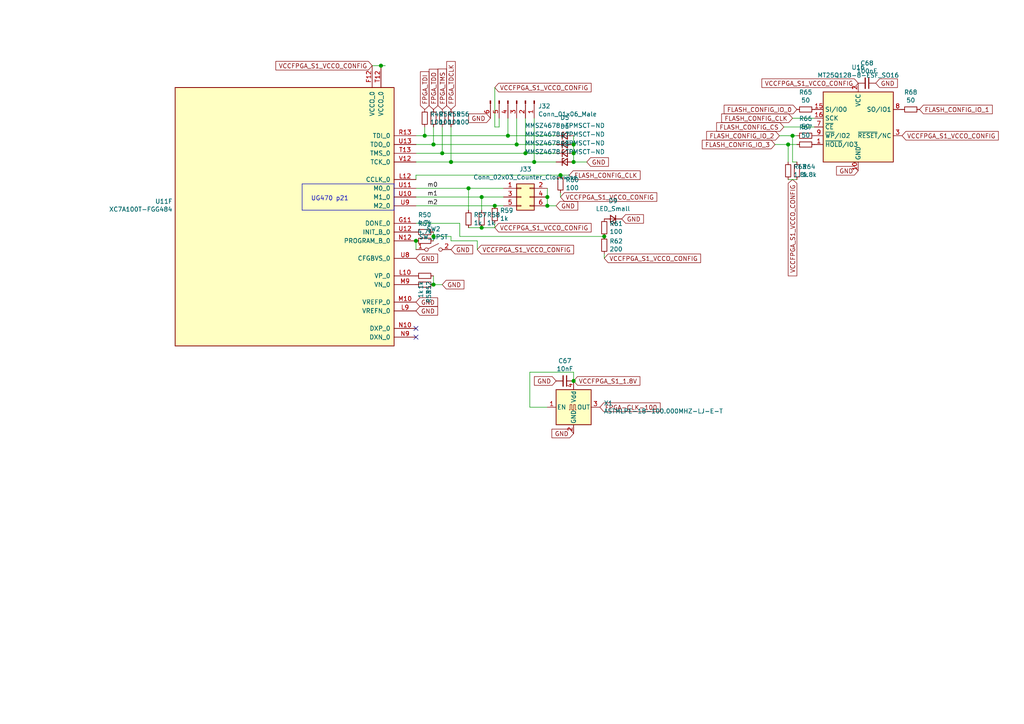
<source format=kicad_sch>
(kicad_sch (version 20200828) (generator eeschema)
  (page 8 8)
  (paper "A4")
  (junction (at 110.49 19.05) (diameter 1.016))
  (junction (at 120.65 69.85) (diameter 1.016))
  (junction (at 123.19 39.37) (diameter 1.016))
  (junction (at 125.73 41.91) (diameter 1.016))
  (junction (at 125.73 68.58) (diameter 1.016))
  (junction (at 125.73 82.55) (diameter 1.016))
  (junction (at 128.27 44.45) (diameter 1.016))
  (junction (at 130.81 46.99) (diameter 1.016))
  (junction (at 135.89 54.61) (diameter 1.016))
  (junction (at 139.7 57.15) (diameter 1.016))
  (junction (at 139.7 66.04) (diameter 1.016))
  (junction (at 143.51 59.69) (diameter 1.016))
  (junction (at 147.32 39.37) (diameter 1.016))
  (junction (at 149.86 41.91) (diameter 1.016))
  (junction (at 152.4 44.45) (diameter 1.016))
  (junction (at 154.94 46.99) (diameter 1.016))
  (junction (at 158.75 57.15) (diameter 1.016))
  (junction (at 158.75 59.69) (diameter 1.016))
  (junction (at 162.56 50.8) (diameter 1.016))
  (junction (at 166.37 41.91) (diameter 1.016))
  (junction (at 166.37 44.45) (diameter 1.016))
  (junction (at 166.37 46.99) (diameter 1.016))
  (junction (at 166.37 110.49) (diameter 1.016))
  (junction (at 175.26 68.58) (diameter 1.016))
  (junction (at 228.6 41.91) (diameter 1.016))
  (junction (at 229.87 39.37) (diameter 1.016))
  (no_connect (at 120.65 97.79))
  (no_connect (at 120.65 95.25))
  (wire (pts (xy 107.95 19.05) (xy 110.49 19.05)))
  (wire (pts (xy 110.49 19.05) (xy 111.76 19.05)))
  (wire (pts (xy 120.65 39.37) (xy 123.19 39.37)))
  (wire (pts (xy 120.65 41.91) (xy 125.73 41.91)))
  (wire (pts (xy 120.65 44.45) (xy 128.27 44.45)))
  (wire (pts (xy 120.65 46.99) (xy 130.81 46.99)))
  (wire (pts (xy 120.65 50.8) (xy 162.56 50.8)))
  (wire (pts (xy 120.65 52.07) (xy 120.65 50.8)))
  (wire (pts (xy 120.65 54.61) (xy 135.89 54.61)))
  (wire (pts (xy 120.65 57.15) (xy 139.7 57.15)))
  (wire (pts (xy 120.65 59.69) (xy 143.51 59.69)))
  (wire (pts (xy 120.65 64.77) (xy 133.35 64.77)))
  (wire (pts (xy 120.65 69.85) (xy 120.65 72.39)))
  (wire (pts (xy 123.19 39.37) (xy 123.19 36.83)))
  (wire (pts (xy 123.19 39.37) (xy 147.32 39.37)))
  (wire (pts (xy 125.73 36.83) (xy 125.73 41.91)))
  (wire (pts (xy 125.73 41.91) (xy 149.86 41.91)))
  (wire (pts (xy 125.73 67.31) (xy 125.73 68.58)))
  (wire (pts (xy 125.73 68.58) (xy 125.73 69.85)))
  (wire (pts (xy 125.73 68.58) (xy 130.81 68.58)))
  (wire (pts (xy 125.73 80.01) (xy 125.73 82.55)))
  (wire (pts (xy 125.73 82.55) (xy 128.27 82.55)))
  (wire (pts (xy 128.27 36.83) (xy 128.27 44.45)))
  (wire (pts (xy 128.27 44.45) (xy 152.4 44.45)))
  (wire (pts (xy 130.81 36.83) (xy 130.81 46.99)))
  (wire (pts (xy 130.81 46.99) (xy 154.94 46.99)))
  (wire (pts (xy 130.81 68.58) (xy 130.81 69.85)))
  (wire (pts (xy 130.81 69.85) (xy 138.43 69.85)))
  (wire (pts (xy 133.35 64.77) (xy 133.35 68.58)))
  (wire (pts (xy 133.35 68.58) (xy 175.26 68.58)))
  (wire (pts (xy 135.89 54.61) (xy 146.05 54.61)))
  (wire (pts (xy 135.89 60.96) (xy 135.89 54.61)))
  (wire (pts (xy 135.89 66.04) (xy 139.7 66.04)))
  (wire (pts (xy 138.43 69.85) (xy 138.43 72.39)))
  (wire (pts (xy 139.7 57.15) (xy 139.7 60.96)))
  (wire (pts (xy 139.7 57.15) (xy 146.05 57.15)))
  (wire (pts (xy 139.7 66.04) (xy 143.51 66.04)))
  (wire (pts (xy 143.51 36.83) (xy 143.51 25.4)))
  (wire (pts (xy 143.51 59.69) (xy 146.05 59.69)))
  (wire (pts (xy 143.51 66.04) (xy 143.51 64.77)))
  (wire (pts (xy 144.78 36.83) (xy 143.51 36.83)))
  (wire (pts (xy 144.78 36.83) (xy 144.78 34.29)))
  (wire (pts (xy 147.32 39.37) (xy 147.32 34.29)))
  (wire (pts (xy 147.32 39.37) (xy 161.29 39.37)))
  (wire (pts (xy 149.86 41.91) (xy 149.86 34.29)))
  (wire (pts (xy 149.86 41.91) (xy 161.29 41.91)))
  (wire (pts (xy 152.4 44.45) (xy 152.4 34.29)))
  (wire (pts (xy 152.4 44.45) (xy 161.29 44.45)))
  (wire (pts (xy 153.67 107.95) (xy 166.37 107.95)))
  (wire (pts (xy 153.67 118.11) (xy 153.67 107.95)))
  (wire (pts (xy 154.94 46.99) (xy 154.94 34.29)))
  (wire (pts (xy 154.94 46.99) (xy 161.29 46.99)))
  (wire (pts (xy 158.75 57.15) (xy 158.75 54.61)))
  (wire (pts (xy 158.75 59.69) (xy 158.75 57.15)))
  (wire (pts (xy 158.75 118.11) (xy 153.67 118.11)))
  (wire (pts (xy 161.29 59.69) (xy 158.75 59.69)))
  (wire (pts (xy 162.56 50.8) (xy 165.1 50.8)))
  (wire (pts (xy 162.56 57.15) (xy 162.56 55.88)))
  (wire (pts (xy 166.37 39.37) (xy 166.37 41.91)))
  (wire (pts (xy 166.37 41.91) (xy 166.37 44.45)))
  (wire (pts (xy 166.37 44.45) (xy 166.37 46.99)))
  (wire (pts (xy 166.37 107.95) (xy 166.37 110.49)))
  (wire (pts (xy 170.18 46.99) (xy 166.37 46.99)))
  (wire (pts (xy 175.26 74.93) (xy 175.26 73.66)))
  (wire (pts (xy 224.79 41.91) (xy 228.6 41.91)))
  (wire (pts (xy 226.06 39.37) (xy 229.87 39.37)))
  (wire (pts (xy 227.33 36.83) (xy 236.22 36.83)))
  (wire (pts (xy 228.6 41.91) (xy 228.6 46.99)))
  (wire (pts (xy 228.6 41.91) (xy 231.14 41.91)))
  (wire (pts (xy 228.6 52.07) (xy 231.14 52.07)))
  (wire (pts (xy 229.87 39.37) (xy 229.87 46.99)))
  (wire (pts (xy 229.87 39.37) (xy 231.14 39.37)))
  (wire (pts (xy 229.87 46.99) (xy 231.14 46.99)))
  (wire (pts (xy 236.22 34.29) (xy 229.87 34.29)))
  (polyline (pts (xy 87.63 53.34) (xy 114.3 53.34)) (stroke (width 0) (type solid)))
  (polyline (pts (xy 87.63 60.96) (xy 87.63 53.34)) (stroke (width 0) (type solid)))
  (polyline (pts (xy 114.3 53.34) (xy 114.3 60.96)) (stroke (width 0) (type solid)))
  (polyline (pts (xy 114.3 60.96) (xy 87.63 60.96)) (stroke (width 0) (type solid)))
  (text "UG470 p21" (at 90.17 58.42 0) (effects (font (size 1.27 1.27)) (justify left bottom)))
  (label "m0" (at 127 54.61 180))
  (label "m1" (at 127 57.15 180))
  (label "m2" (at 127 59.69 180))
  (global_label "VCCFPGA_S1_VCCO_CONFIG" (shape input) (at 107.95 19.05 180))
  (global_label "GND" (shape input) (at 120.65 74.93 0))
  (global_label "GND" (shape input) (at 120.65 87.63 0))
  (global_label "GND" (shape input) (at 120.65 90.17 0))
  (global_label "FPGA_TDI" (shape input) (at 123.19 31.75 90))
  (global_label "FPGA_TDO" (shape input) (at 125.73 31.75 90))
  (global_label "FPGA_TMS" (shape input) (at 128.27 31.75 90))
  (global_label "GND" (shape input) (at 128.27 82.55 0))
  (global_label "FPGA_TDCLK" (shape input) (at 130.81 31.75 90))
  (global_label "GND" (shape input) (at 130.81 72.39 0))
  (global_label "VCCFPGA_S1_VCCO_CONFIG" (shape input) (at 138.43 72.39 0))
  (global_label "GND" (shape input) (at 142.24 34.29 180))
  (global_label "VCCFPGA_S1_VCCO_CONFIG" (shape input) (at 143.51 25.4 0))
  (global_label "VCCFPGA_S1_VCCO_CONFIG" (shape input) (at 143.51 66.04 0))
  (global_label "GND" (shape input) (at 161.29 59.69 0))
  (global_label "GND" (shape input) (at 161.29 110.49 180))
  (global_label "VCCFPGA_S1_VCCO_CONFIG" (shape input) (at 162.56 57.15 0))
  (global_label "FLASH_CONFIG_CLK" (shape input) (at 165.1 50.8 0))
  (global_label "VCCFPGA_S1_1.8V" (shape input) (at 166.37 110.49 0))
  (global_label "GND" (shape input) (at 166.37 125.73 180))
  (global_label "GND" (shape input) (at 170.18 46.99 0))
  (global_label "FPGA-CLK-100" (shape input) (at 173.99 118.11 0))
  (global_label "VCCFPGA_S1_VCCO_CONFIG" (shape input) (at 175.26 74.93 0))
  (global_label "GND" (shape input) (at 180.34 63.5 0))
  (global_label "FLASH_CONFIG_IO_3" (shape input) (at 224.79 41.91 180))
  (global_label "FLASH_CONFIG_IO_2" (shape input) (at 226.06 39.37 180))
  (global_label "FLASH_CONFIG_CS" (shape input) (at 227.33 36.83 180))
  (global_label "FLASH_CONFIG_CLK" (shape input) (at 229.87 34.29 180))
  (global_label "VCCFPGA_S1_VCCO_CONFIG" (shape input) (at 229.87 52.07 270))
  (global_label "FLASH_CONFIG_IO_0" (shape input) (at 231.14 31.75 180))
  (global_label "VCCFPGA_S1_VCCO_CONFIG" (shape input) (at 248.92 24.13 180))
  (global_label "GND" (shape input) (at 248.92 49.53 180))
  (global_label "GND" (shape input) (at 254 24.13 0))
  (global_label "VCCFPGA_S1_VCCO_CONFIG" (shape input) (at 261.62 39.37 0))
  (global_label "FLASH_CONFIG_IO_1" (shape input) (at 266.7 31.75 0))
  (symbol (lib_id "Device:R_Small") (at 123.19 34.29 0) (unit 1)
    (property "Reference" "R49" (at 124.6886 33.1216 0) (effects (justify left)))
    (property "Value" "100" (at 124.6886 35.433 0) (effects (justify left)))
    (property "Footprint" "Resistor_SMD:R_0603_1608Metric" (effects hide))
  )
  (symbol (lib_id "Device:R_Small") (at 123.19 67.31 270) (unit 1)
    (property "Reference" "R50" (at 123.19 62.3316 90))
    (property "Value" "4.7k" (at 123.19 64.643 90))
    (property "Footprint" "Resistor_SMD:R_0603_1608Metric" (effects hide))
  )
  (symbol (lib_id "Device:R_Small") (at 123.19 69.85 270) (unit 1)
    (property "Reference" "R51" (at 123.19 64.8716 90))
    (property "Value" "4.7k" (at 123.19 67.183 90))
    (property "Footprint" "Resistor_SMD:R_0603_1608Metric" (effects hide))
  )
  (symbol (lib_id "Device:R_Small") (at 123.19 80.01 270) (unit 1)
    (property "Reference" "R52" (at 124.3584 81.5086 0) (effects (justify left)))
    (property "Value" "1k" (at 122.047 81.5086 0) (effects (justify left)))
    (property "Footprint" "Resistor_SMD:R_0603_1608Metric" (effects hide))
  )
  (symbol (lib_id "Device:R_Small") (at 123.19 82.55 270) (unit 1)
    (property "Reference" "R53" (at 124.3584 84.0486 0) (effects (justify left)))
    (property "Value" "1k" (at 122.047 84.0486 0) (effects (justify left)))
    (property "Footprint" "Resistor_SMD:R_0603_1608Metric" (effects hide))
  )
  (symbol (lib_id "Device:R_Small") (at 125.73 34.29 0) (unit 1)
    (property "Reference" "R54" (at 127.2286 33.1216 0) (effects (justify left)))
    (property "Value" "100" (at 127.2286 35.433 0) (effects (justify left)))
    (property "Footprint" "Resistor_SMD:R_0603_1608Metric" (effects hide))
  )
  (symbol (lib_id "Device:R_Small") (at 128.27 34.29 0) (unit 1)
    (property "Reference" "R55" (at 129.7686 33.1216 0) (effects (justify left)))
    (property "Value" "100" (at 129.7686 35.433 0) (effects (justify left)))
    (property "Footprint" "Resistor_SMD:R_0603_1608Metric" (effects hide))
  )
  (symbol (lib_id "Device:R_Small") (at 130.81 34.29 0) (unit 1)
    (property "Reference" "R56" (at 132.3086 33.1216 0) (effects (justify left)))
    (property "Value" "100" (at 132.3086 35.433 0) (effects (justify left)))
    (property "Footprint" "Resistor_SMD:R_0603_1608Metric" (effects hide))
  )
  (symbol (lib_id "Device:R_Small") (at 135.89 63.5 0) (unit 1)
    (property "Reference" "R57" (at 137.3886 62.3316 0) (effects (justify left)))
    (property "Value" "1k" (at 137.3886 64.643 0) (effects (justify left)))
    (property "Footprint" "Resistor_SMD:R_0603_1608Metric" (effects hide))
  )
  (symbol (lib_id "Device:R_Small") (at 139.7 63.5 0) (unit 1)
    (property "Reference" "R58" (at 141.1986 62.3316 0) (effects (justify left)))
    (property "Value" "1k" (at 141.1986 64.643 0) (effects (justify left)))
    (property "Footprint" "Resistor_SMD:R_0603_1608Metric" (effects hide))
  )
  (symbol (lib_id "Device:R_Small") (at 143.51 62.23 0) (unit 1)
    (property "Reference" "R59" (at 145.0086 61.0616 0) (effects (justify left)))
    (property "Value" "1k" (at 145.0086 63.373 0) (effects (justify left)))
    (property "Footprint" "Resistor_SMD:R_0603_1608Metric" (effects hide))
  )
  (symbol (lib_id "Device:R_Small") (at 162.56 53.34 0) (unit 1)
    (property "Reference" "R60" (at 164.0586 52.1716 0) (effects (justify left)))
    (property "Value" "100" (at 164.0586 54.483 0) (effects (justify left)))
    (property "Footprint" "Resistor_SMD:R_0603_1608Metric" (effects hide))
  )
  (symbol (lib_id "Device:R_Small") (at 175.26 66.04 0) (unit 1)
    (property "Reference" "R61" (at 176.7586 64.8716 0) (effects (justify left)))
    (property "Value" "100" (at 176.7586 67.183 0) (effects (justify left)))
    (property "Footprint" "Resistor_SMD:R_0603_1608Metric" (effects hide))
  )
  (symbol (lib_id "Device:R_Small") (at 175.26 71.12 0) (unit 1)
    (property "Reference" "R62" (at 176.7586 69.9516 0) (effects (justify left)))
    (property "Value" "200" (at 176.7586 72.263 0) (effects (justify left)))
    (property "Footprint" "Resistor_SMD:R_0603_1608Metric" (effects hide))
  )
  (symbol (lib_id "Device:R_Small") (at 228.6 49.53 180) (unit 1)
    (property "Reference" "R63" (at 230.0986 48.3616 0) (effects (justify right)))
    (property "Value" "1.8k" (at 230.0986 50.673 0) (effects (justify right)))
    (property "Footprint" "Resistor_SMD:R_0603_1608Metric" (effects hide))
  )
  (symbol (lib_id "Device:R_Small") (at 231.14 49.53 180) (unit 1)
    (property "Reference" "R64" (at 232.6386 48.3616 0) (effects (justify right)))
    (property "Value" "1.8k" (at 232.6386 50.673 0) (effects (justify right)))
    (property "Footprint" "Resistor_SMD:R_0603_1608Metric" (effects hide))
  )
  (symbol (lib_id "Device:R_Small") (at 233.68 31.75 270) (unit 1)
    (property "Reference" "R65" (at 233.68 26.7716 90))
    (property "Value" "50" (at 233.68 29.083 90))
    (property "Footprint" "Resistor_SMD:R_0603_1608Metric" (effects hide))
  )
  (symbol (lib_id "Device:R_Small") (at 233.68 39.37 270) (unit 1)
    (property "Reference" "R66" (at 233.68 34.3916 90))
    (property "Value" "50" (at 233.68 36.703 90))
    (property "Footprint" "Resistor_SMD:R_0603_1608Metric" (effects hide))
  )
  (symbol (lib_id "Device:R_Small") (at 233.68 41.91 270) (unit 1)
    (property "Reference" "R67" (at 233.68 36.9316 90))
    (property "Value" "50" (at 233.68 39.243 90))
    (property "Footprint" "Resistor_SMD:R_0603_1608Metric" (effects hide))
  )
  (symbol (lib_id "Device:R_Small") (at 264.16 31.75 270) (unit 1)
    (property "Reference" "R68" (at 264.16 26.7716 90))
    (property "Value" "50" (at 264.16 29.083 90))
    (property "Footprint" "Resistor_SMD:R_0603_1608Metric" (effects hide))
  )
  (symbol (lib_id "Device:D_Zener_Small") (at 163.83 39.37 0) (unit 1)
    (property "Reference" "D5" (at 163.83 34.1122 0))
    (property "Value" "MMSZ4678-TPMSCT-ND‎" (at 163.83 36.4236 0))
    (property "Footprint" "Diode_SMD:D_SOD-123" (effects hide))
  )
  (symbol (lib_id "Device:D_Zener_Small") (at 163.83 41.91 0) (unit 1)
    (property "Reference" "D6" (at 163.83 36.6522 0))
    (property "Value" "MMSZ4678-TPMSCT-ND‎" (at 163.83 38.9636 0))
    (property "Footprint" "Diode_SMD:D_SOD-123" (effects hide))
  )
  (symbol (lib_id "Device:D_Zener_Small") (at 163.83 44.45 0) (unit 1)
    (property "Reference" "D7" (at 163.83 39.1922 0))
    (property "Value" "MMSZ4678-TPMSCT-ND‎" (at 163.83 41.5036 0))
    (property "Footprint" "Diode_SMD:D_SOD-123" (effects hide))
  )
  (symbol (lib_id "Device:D_Zener_Small") (at 163.83 46.99 0) (unit 1)
    (property "Reference" "D8" (at 163.83 41.7322 0))
    (property "Value" "MMSZ4678-TPMSCT-ND‎" (at 163.83 44.0436 0))
    (property "Footprint" "Diode_SMD:D_SOD-123" (effects hide))
  )
  (symbol (lib_id "Device:LED_Small") (at 177.8 63.5 180) (unit 1)
    (property "Reference" "D9" (at 177.8 58.2422 0))
    (property "Value" "LED_Small" (at 177.8 60.5536 0))
    (property "Footprint" "LED_SMD:LED_0603_1608Metric" (effects hide))
  )
  (symbol (lib_id "Device:C_Small") (at 163.83 110.49 270) (unit 1)
    (property "Reference" "C67" (at 163.83 104.6734 90))
    (property "Value" "10nF" (at 163.83 106.9848 90))
    (property "Footprint" "Capacitor_SMD:C_0603_1608Metric" (effects hide))
  )
  (symbol (lib_id "Device:C_Small") (at 251.46 24.13 270) (unit 1)
    (property "Reference" "C68" (at 251.46 18.3134 90))
    (property "Value" "100nF" (at 251.46 20.6248 90))
    (property "Footprint" "Capacitor_SMD:C_0603_1608Metric" (effects hide))
  )
  (symbol (lib_id "Switch:SW_SPST") (at 125.73 72.39 0) (unit 1)
    (property "Reference" "SW2" (at 125.73 66.421 0))
    (property "Value" "SW_SPST" (at 125.73 68.7324 0))
    (property "Footprint" "FuzzyDuck:FSM4JSMATR" (effects hide))
  )
  (symbol (lib_id "Connector:Conn_01x06_Male") (at 149.86 29.21 270) (unit 1)
    (property "Reference" "J32" (at 156.0576 30.7848 90) (effects (justify left)))
    (property "Value" "Conn_01x06_Male" (at 156.0576 33.0962 90) (effects (justify left)))
    (property "Footprint" "Connector_PinHeader_2.54mm:PinHeader_1x06_P2.54mm_Vertical" (effects hide))
  )
  (symbol (lib_id "Connector_Generic:Conn_02x03_Odd_Even") (at 151.13 57.15 0) (unit 1)
    (property "Reference" "J33" (at 152.4 49.0982 0))
    (property "Value" "Conn_02x03_Counter_Clockwise" (at 152.4 51.4096 0))
    (property "Footprint" "Connector_PinHeader_2.54mm:PinHeader_2x03_P2.54mm_Vertical" (effects hide))
  )
  (symbol (lib_id "Oscillator:ASE-xxxMHz") (at 166.37 118.11 0) (unit 1)
    (property "Reference" "X1" (at 175.1076 116.9416 0) (effects (justify left)))
    (property "Value" "ASTMLPE-18-100.000MHZ-LJ-E-T " (at 175.1076 119.253 0) (effects (justify left)))
    (property "Footprint" "FuzzyDuck:ABRACON_ASFLMB" (effects hide))
    (property "Datasheet" "https://abracon.com/Oscillators/ASTMLP.pdf" (effects hide))
  )
  (symbol (lib_id "Fuzzy1:MT25Qxxxxxxx8ESF_SO16") (at 248.92 36.83 0) (unit 1)
    (property "Reference" "U16" (at 248.92 19.5326 0))
    (property "Value" "MT25Q128-8-ESF_SO16" (at 248.92 21.844 0))
    (property "Footprint" "Package_SO:SOIC-16W_7.5x10.3mm_P1.27mm" (effects hide))
    (property "Datasheet" "https://www.cypress.com/file/448601/download" (effects hide))
  )
  (symbol (lib_id "FPGA_Xilinx_Artix7:XC7A100T-FGG484") (at 82.55 59.69 0) (unit 6)
    (property "Reference" "U11" (at 50.038 58.4136 0) (effects (justify right)))
    (property "Value" "XC7A100T-FGG484" (at 50.038 60.7123 0) (effects (justify right)))
    (property "Footprint" "FuzzyDuck:Xilinx_FGG484.p2d" (effects hide))
  )
)
</source>
